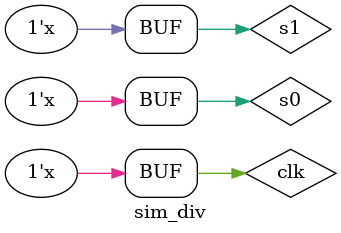
<source format=v>
`timescale 1ns / 1ps


module sim_div(

    );
    wire out;
    reg clk,s1,s0;
    divClk div(.Clk(clk),.s1(s1),.s0(s0),.divClk(out));
    initial
    begin
        clk=0;s1=0;s0=0;
    end
    always #1 clk=~clk;
    always
    begin
        #100 {s1,s0}={s1,s0}+1;
    end
endmodule

</source>
